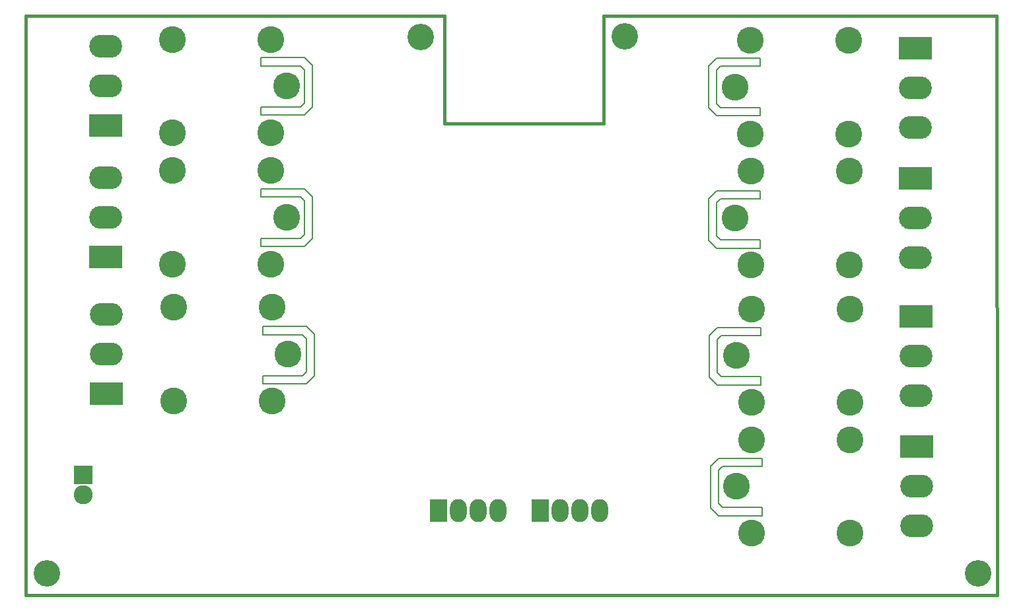
<source format=gbr>
G04 #@! TF.GenerationSoftware,KiCad,Pcbnew,(5.1.6)-1*
G04 #@! TF.CreationDate,2020-06-22T15:28:22+05:30*
G04 #@! TF.ProjectId,ESP8266_RelayBoard,45535038-3236-4365-9f52-656c6179426f,rev?*
G04 #@! TF.SameCoordinates,Original*
G04 #@! TF.FileFunction,Soldermask,Bot*
G04 #@! TF.FilePolarity,Negative*
%FSLAX46Y46*%
G04 Gerber Fmt 4.6, Leading zero omitted, Abs format (unit mm)*
G04 Created by KiCad (PCBNEW (5.1.6)-1) date 2020-06-22 15:28:22*
%MOMM*%
%LPD*%
G01*
G04 APERTURE LIST*
G04 #@! TA.AperFunction,Profile*
%ADD10C,0.203200*%
G04 #@! TD*
G04 #@! TA.AperFunction,Profile*
%ADD11C,0.381000*%
G04 #@! TD*
%ADD12C,3.400000*%
%ADD13R,2.432000X2.432000*%
%ADD14C,2.432000*%
%ADD15O,2.178000X2.940000*%
%ADD16R,2.178000X2.940000*%
%ADD17C,3.448000*%
%ADD18O,4.210000X2.940000*%
%ADD19R,4.210000X2.940000*%
G04 APERTURE END LIST*
D10*
X160464500Y-88265000D02*
X159448500Y-89281000D01*
X166052500Y-88265000D02*
X160464500Y-88265000D01*
X159448500Y-94615000D02*
X160464500Y-95631000D01*
X159448500Y-89281000D02*
X159448500Y-94615000D01*
X160464500Y-95631000D02*
X166052500Y-95631000D01*
X166052500Y-95631000D02*
X166052500Y-94551500D01*
X160464500Y-89789000D02*
X160972500Y-89281000D01*
X166052500Y-94551500D02*
X160972500Y-94551500D01*
X160464500Y-94043500D02*
X160464500Y-89789000D01*
X160972500Y-89281000D02*
X166052500Y-89281000D01*
X166052500Y-89281000D02*
X166052500Y-88265000D01*
X160972500Y-94551500D02*
X160464500Y-94043500D01*
X160337500Y-71501000D02*
X159321500Y-72517000D01*
X165925500Y-71501000D02*
X160337500Y-71501000D01*
X159321500Y-77851000D02*
X160337500Y-78867000D01*
X159321500Y-72517000D02*
X159321500Y-77851000D01*
X160337500Y-78867000D02*
X165925500Y-78867000D01*
X165925500Y-78867000D02*
X165925500Y-77787500D01*
X160337500Y-73025000D02*
X160845500Y-72517000D01*
X165925500Y-77787500D02*
X160845500Y-77787500D01*
X160337500Y-77279500D02*
X160337500Y-73025000D01*
X160845500Y-72517000D02*
X165925500Y-72517000D01*
X165925500Y-72517000D02*
X165925500Y-71501000D01*
X160845500Y-77787500D02*
X160337500Y-77279500D01*
X160274000Y-53975000D02*
X159258000Y-54991000D01*
X165862000Y-53975000D02*
X160274000Y-53975000D01*
X159258000Y-60325000D02*
X160274000Y-61341000D01*
X159258000Y-54991000D02*
X159258000Y-60325000D01*
X160274000Y-61341000D02*
X165862000Y-61341000D01*
X165862000Y-61341000D02*
X165862000Y-60261500D01*
X160274000Y-55499000D02*
X160782000Y-54991000D01*
X165862000Y-60261500D02*
X160782000Y-60261500D01*
X160274000Y-59753500D02*
X160274000Y-55499000D01*
X160782000Y-54991000D02*
X165862000Y-54991000D01*
X165862000Y-54991000D02*
X165862000Y-53975000D01*
X160782000Y-60261500D02*
X160274000Y-59753500D01*
X160274000Y-37020500D02*
X159258000Y-38036500D01*
X165862000Y-37020500D02*
X160274000Y-37020500D01*
X159258000Y-43370500D02*
X160274000Y-44386500D01*
X159258000Y-38036500D02*
X159258000Y-43370500D01*
X160274000Y-44386500D02*
X165862000Y-44386500D01*
X165862000Y-44386500D02*
X165862000Y-43307000D01*
X160274000Y-38544500D02*
X160782000Y-38036500D01*
X165862000Y-43307000D02*
X160782000Y-43307000D01*
X160274000Y-42799000D02*
X160274000Y-38544500D01*
X160782000Y-38036500D02*
X165862000Y-38036500D01*
X165862000Y-38036500D02*
X165862000Y-37020500D01*
X160782000Y-43307000D02*
X160274000Y-42799000D01*
X107378500Y-61087000D02*
X108394500Y-60071000D01*
X101790500Y-61087000D02*
X107378500Y-61087000D01*
X108394500Y-54737000D02*
X107378500Y-53721000D01*
X108394500Y-60071000D02*
X108394500Y-54737000D01*
X107378500Y-53721000D02*
X101790500Y-53721000D01*
X101790500Y-53721000D02*
X101790500Y-54800500D01*
X107378500Y-59563000D02*
X106870500Y-60071000D01*
X101790500Y-54800500D02*
X106870500Y-54800500D01*
X107378500Y-55308500D02*
X107378500Y-59563000D01*
X106870500Y-60071000D02*
X101790500Y-60071000D01*
X101790500Y-60071000D02*
X101790500Y-61087000D01*
X106870500Y-54800500D02*
X107378500Y-55308500D01*
X107696000Y-78740000D02*
X108712000Y-77724000D01*
X102108000Y-78740000D02*
X107696000Y-78740000D01*
X108712000Y-72390000D02*
X107696000Y-71374000D01*
X108712000Y-77724000D02*
X108712000Y-72390000D01*
X107696000Y-71374000D02*
X102108000Y-71374000D01*
X102108000Y-71374000D02*
X102108000Y-72453500D01*
X107696000Y-77216000D02*
X107188000Y-77724000D01*
X102108000Y-72453500D02*
X107188000Y-72453500D01*
X107696000Y-72961500D02*
X107696000Y-77216000D01*
X107188000Y-77724000D02*
X102108000Y-77724000D01*
X102108000Y-77724000D02*
X102108000Y-78740000D01*
X107188000Y-72453500D02*
X107696000Y-72961500D01*
X107378500Y-44259500D02*
X108394500Y-43243500D01*
X101790500Y-44259500D02*
X107378500Y-44259500D01*
X108394500Y-37909500D02*
X107378500Y-36893500D01*
X108394500Y-43243500D02*
X108394500Y-37909500D01*
X107378500Y-36893500D02*
X101790500Y-36893500D01*
X101790500Y-36893500D02*
X101790500Y-37973000D01*
X107378500Y-42735500D02*
X106870500Y-43243500D01*
X101790500Y-37973000D02*
X106870500Y-37973000D01*
X107378500Y-38481000D02*
X107378500Y-42735500D01*
X106870500Y-43243500D02*
X101790500Y-43243500D01*
X101790500Y-43243500D02*
X101790500Y-44259500D01*
X106870500Y-37973000D02*
X107378500Y-38481000D01*
D11*
X71691500Y-31559500D02*
X125349000Y-31559500D01*
X145732500Y-31559500D02*
X196151500Y-31559500D01*
X125349000Y-45339000D02*
X125349000Y-31559500D01*
X145732500Y-45339000D02*
X145732500Y-31559500D01*
X125349000Y-45339000D02*
X145732500Y-45339000D01*
X71691500Y-105791000D02*
X71691500Y-31559500D01*
X196215000Y-105791000D02*
X71691500Y-105791000D01*
X196151500Y-31559500D02*
X196215000Y-105791000D01*
D12*
X74358500Y-103060500D03*
X122301000Y-34290000D03*
X193738500Y-102997000D03*
X148463000Y-34163000D03*
D13*
X79057500Y-90424000D03*
D14*
X79057500Y-92964000D03*
D15*
X145288000Y-94996000D03*
X142748000Y-94996000D03*
X140208000Y-94996000D03*
D16*
X137668000Y-94996000D03*
D15*
X132207000Y-94996000D03*
X129667000Y-94996000D03*
X127127000Y-94996000D03*
D16*
X124587000Y-94996000D03*
D17*
X177174500Y-46703500D03*
X177174500Y-34703500D03*
X164569500Y-46703500D03*
X164569500Y-34703500D03*
X162569500Y-40703500D03*
X177228500Y-63467500D03*
X177228500Y-51467500D03*
X164623500Y-63467500D03*
X164623500Y-51467500D03*
X162623500Y-57467500D03*
X177355500Y-81120500D03*
X177355500Y-69120500D03*
X164750500Y-81120500D03*
X164750500Y-69120500D03*
X162750500Y-75120500D03*
X177355500Y-97884500D03*
X177355500Y-85884500D03*
X164750500Y-97884500D03*
X164750500Y-85884500D03*
X162750500Y-91884500D03*
X105270300Y-74942700D03*
X103270300Y-80942700D03*
X103270300Y-68942700D03*
X90665300Y-80942700D03*
X90665300Y-68942700D03*
X105117900Y-57416700D03*
X103117900Y-63416700D03*
X103117900Y-51416700D03*
X90512900Y-63416700D03*
X90512900Y-51416700D03*
X105092500Y-40576500D03*
X103092500Y-46576500D03*
X103092500Y-34576500D03*
X90487500Y-46576500D03*
X90487500Y-34576500D03*
D18*
X81902300Y-35420300D03*
X81902300Y-40500300D03*
D19*
X81902300Y-45580300D03*
X81953100Y-62496700D03*
D18*
X81953100Y-57416700D03*
X81953100Y-52336700D03*
D19*
X82003900Y-80022700D03*
D18*
X82003900Y-74942700D03*
X82003900Y-69862700D03*
D19*
X185864500Y-86741000D03*
D18*
X185864500Y-91821000D03*
X185864500Y-96901000D03*
X185788300Y-80225900D03*
X185788300Y-75145900D03*
D19*
X185788300Y-70065900D03*
X185686700Y-52387500D03*
D18*
X185686700Y-57467500D03*
X185686700Y-62547500D03*
D19*
X185686700Y-35674300D03*
D18*
X185686700Y-40754300D03*
X185686700Y-45834300D03*
M02*

</source>
